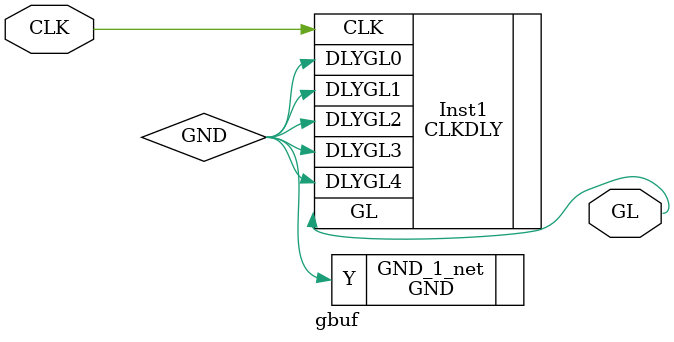
<source format=v>
`timescale 1 ns/100 ps


module gbuf(GL,CLK);
output GL;
input  CLK;

    wire GND;
    
    GND GND_1_net(.Y(GND));
    CLKDLY Inst1(.CLK(CLK), .GL(GL), .DLYGL0(GND), .DLYGL1(GND), 
        .DLYGL2(GND), .DLYGL3(GND), .DLYGL4(GND)) /* synthesis black_box */;
    
endmodule

</source>
